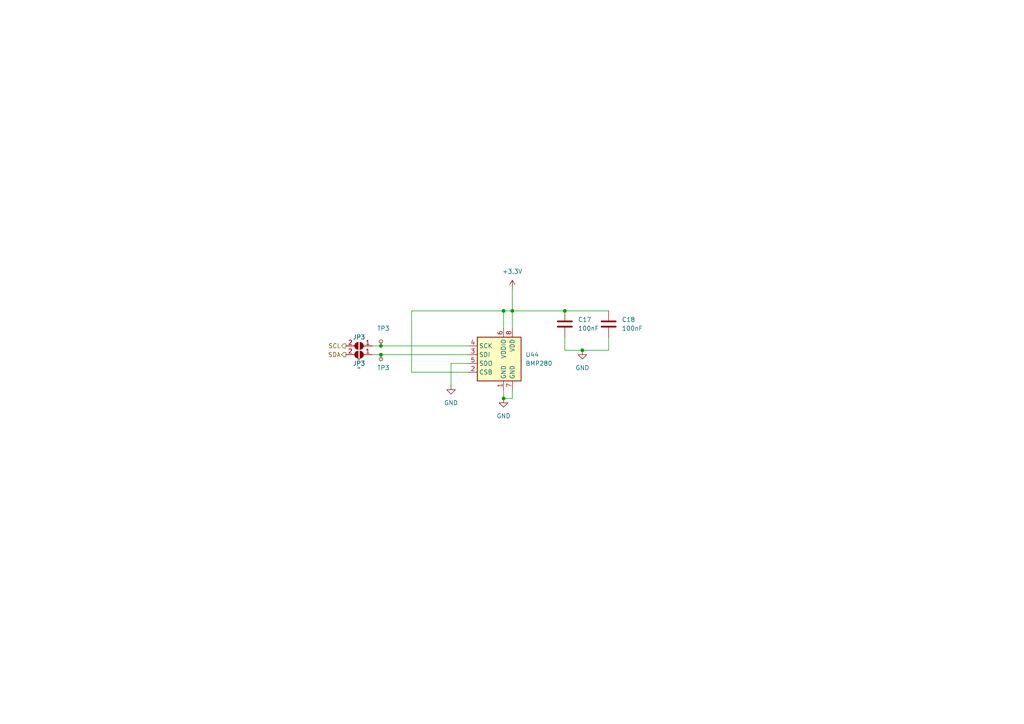
<source format=kicad_sch>
(kicad_sch (version 20230121) (generator eeschema)
  (paper "A4")
  (title_block (title "Avionics Flight Computer") (date "2023-09-04") (rev "1.0") (company "By: Dylan Haussecker"))
  (lib_symbols
    (symbol "Connector:TestPoint_Small" (pin_numbers hide) (pin_names (offset 0.762) hide)
      (property "Reference" "TP" (at 0 3.81 0))
      (property "Value" "TestPoint_Small" (at 0 2.032 0))
      (symbol "TestPoint_Small_0_1"
        (circle (center 0 0) (radius 0.508))
      )
      (symbol "TestPoint_Small_1_1"
        (pin passive line (at 0 0 90) (length 0) (name "1") (number "1"))
      )
    )
    (symbol "Device:C" (pin_numbers hide) (pin_names (offset 0.254))
      (property "Reference" "C" (at 0.635 2.54 0))
      (property "Value" "C" (at 0.635 -2.54 0))
      (symbol "C_0_1"
        (polyline (pts (xy -2.032 -0.762) (xy 2.032 -0.762)) (stroke (width 0.508)))
        (polyline (pts (xy -2.032 0.762) (xy 2.032 0.762)) (stroke (width 0.508)))
      )
      (symbol "C_1_1"
        (pin passive line (at 0 3.81 270) (length 2.794) (name "~") (number "1"))
        (pin passive line (at 0 -3.81 90) (length 2.794) (name "~") (number "2"))
      )
    )
    (symbol "Jumper:SolderJumper_2_Open" (pin_names (offset 0) hide)
      (property "Reference" "JP" (at 0 2.032 0))
      (property "Value" "SolderJumper_2_Open" (at 0 -2.54 0))
      (symbol "SolderJumper_2_Open_0_1"
        (arc (start -0.254 1.016) (mid -1.2656 0) (end -0.254 -1.016))
        (arc (start -0.254 1.016) (mid -1.2656 0) (end -0.254 -1.016) (fill (type outline)))
        (polyline (pts (xy -0.254 1.016) (xy -0.254 -1.016)))
        (polyline (pts (xy 0.254 1.016) (xy 0.254 -1.016)))
        (arc (start 0.254 -1.016) (mid 1.2656 0) (end 0.254 1.016))
        (arc (start 0.254 -1.016) (mid 1.2656 0) (end 0.254 1.016) (fill (type outline)))
      )
      (symbol "SolderJumper_2_Open_1_1"
        (pin passive line (at -3.81 0 0) (length 2.54) (name "A") (number "1"))
        (pin passive line (at 3.81 0 180) (length 2.54) (name "B") (number "2"))
      )
    )
    (symbol "Sensor_Pressure:BMP280"
      (property "Reference" "U" (at -7.62 10.16 0))
      (property "Value" "BMP280" (at 5.08 10.16 0))
      (symbol "BMP280_0_1"
        (rectangle (start -7.62 -5.08) (end 5.08 7.62) (stroke (width 0.254)) (fill (type background)))
      )
      (symbol "BMP280_1_1"
        (pin power_in line (at 0 -7.62 90) (length 2.54) (name "GND") (number "1"))
        (pin input line (at -10.16 -2.54 0) (length 2.54) (name "CSB") (number "2"))
        (pin bidirectional line (at -10.16 2.54 0) (length 2.54) (name "SDI") (number "3"))
        (pin input line (at -10.16 5.08 0) (length 2.54) (name "SCK") (number "4"))
        (pin bidirectional line (at -10.16 0 0) (length 2.54) (name "SDO") (number "5"))
        (pin power_in line (at 0 10.16 270) (length 2.54) (name "VDDIO") (number "6"))
        (pin power_in line (at 2.54 -7.62 90) (length 2.54) (name "GND") (number "7"))
        (pin power_in line (at 2.54 10.16 270) (length 2.54) (name "VDD") (number "8"))
      )
    )
    (symbol "power:+3.3V" (power) (pin_names (offset 0))
      (property "Value" "+3.3V" (at 0 3.556 0))
      (symbol "+3.3V_0_1"
        (polyline (pts (xy -0.762 1.27) (xy 0 2.54)))
        (polyline (pts (xy 0 0) (xy 0 2.54)))
        (polyline (pts (xy 0 2.54) (xy 0.762 1.27)))
      )
      (symbol "+3.3V_1_1"
        (pin power_in line (at 0 0 90) (length 0) hide (name "+3.3V") (number "1"))
      )
    )
    (symbol "power:GND" (power) (pin_names (offset 0))
      (property "Value" "GND" (at 0 -3.81 0))
      (symbol "GND_0_1"
        (polyline (pts (xy 0 0) (xy 0 -1.27) (xy 1.27 -1.27) (xy 0 -2.54) (xy -1.27 -1.27) (xy 0 -1.27)))
      )
      (symbol "GND_1_1"
        (pin power_in line (at 0 0 270) (length 0) hide (name "GND") (number "1"))
      )
    )
  )
  (junction (at 163.83 90.17))
  (junction (at 148.59 90.17))
  (junction (at 110.49 100.33))
  (junction (at 146.05 90.17))
  (junction (at 110.49 102.87))
  (junction (at 168.91 101.6))
  (junction (at 146.05 115.57))
  (wire (pts (xy 148.59 90.17) (xy 163.83 90.17)))
  (wire (pts (xy 110.49 102.87) (xy 107.95 102.87)))
  (wire (pts (xy 148.59 83.82) (xy 148.59 90.17)))
  (wire (pts (xy 176.53 101.6) (xy 176.53 97.79)))
  (wire (pts (xy 110.49 100.33) (xy 135.89 100.33)))
  (wire (pts (xy 119.38 107.95) (xy 119.38 90.17)))
  (wire (pts (xy 119.38 90.17) (xy 146.05 90.17)))
  (wire (pts (xy 130.81 105.41) (xy 130.81 111.76)))
  (wire (pts (xy 110.49 102.87) (xy 135.89 102.87)))
  (wire (pts (xy 110.49 99.06) (xy 110.49 100.33)))
  (wire (pts (xy 146.05 95.25) (xy 146.05 90.17)))
  (wire (pts (xy 130.81 105.41) (xy 135.89 105.41)))
  (wire (pts (xy 168.91 101.6) (xy 176.53 101.6)))
  (wire (pts (xy 148.59 90.17) (xy 148.59 95.25)))
  (wire (pts (xy 135.89 107.95) (xy 119.38 107.95)))
  (wire (pts (xy 163.83 90.17) (xy 176.53 90.17)))
  (wire (pts (xy 163.83 97.79) (xy 163.83 101.6)))
  (wire (pts (xy 146.05 113.03) (xy 146.05 115.57)))
  (wire (pts (xy 110.49 104.14) (xy 110.49 102.87)))
  (wire (pts (xy 148.59 113.03) (xy 148.59 115.57)))
  (wire (pts (xy 148.59 115.57) (xy 146.05 115.57)))
  (wire (pts (xy 146.05 90.17) (xy 148.59 90.17)))
  (wire (pts (xy 163.83 101.6) (xy 168.91 101.6)))
  (wire (pts (xy 107.95 100.33) (xy 110.49 100.33)))
  (hierarchical_label "SDA" (shape output) (at 100.33 102.87 180))
  (hierarchical_label "SCL" (shape output) (at 100.33 100.33 180))
  (symbol (lib_id "Connector:TestPoint_Small") (at 110.49 99.06 180) (unit 1)
    (property "Reference" "TP3" (at 113.03 95.25 0) (effects (justify left)))
    (property "Value" "TestPoint_Small" (effects hide))
    (property "Footprint" "TestPoint:TestPoint_Pad_D1.0mm" (effects hide))
    (instances (project "Flight_Computer_V2" (path "" (reference "TP3") (unit 1)) (path "" (reference "TP4") (unit 1)) (path "" (reference "TP12") (unit 1)) (path "" (reference "TP13") (unit 1)) (path "" (reference "TP14") (unit 1)) (path "" (reference "TP15") (unit 1)) (path "" (reference "TP25") (unit 1))))
  )
  (symbol (lib_id "Jumper:SolderJumper_2_Open") (at 104.14 100.33 180) (unit 1)
    (property "Reference" "JP3" (at 104.14 97.79 0))
    (property "Value" "~" (at 104.14 104.14 0))
    (property "Footprint" "Jumper:SolderJumper-2_P1.3mm_Open_Pad1.0x1.5mm" (effects hide))
    (instances (project "Flight_Computer_V2" (path "" (reference "JP3") (unit 1)) (path "" (reference "JP4") (unit 1)) (path "" (reference "JP14") (unit 1)) (path "" (reference "JP15") (unit 1)) (path "" (reference "JP16") (unit 1)) (path "" (reference "JP17") (unit 1)) (path "" (reference "JP27") (unit 1))))
  )
  (symbol (lib_id "power:GND") (at 168.91 101.6 0) (unit 1)
    (property "Reference" "#PWR0111" (effects hide))
    (property "Value" "GND" (at 168.91 106.68 0))
    (instances (project "Flight_Computer_V2" (path "" (reference "#PWR0111") (unit 1))) (project "avionics_flight_computer" (path "" (reference "#PWR025") (unit 1))))
  )
  (symbol (lib_id "Device:C") (at 176.53 93.98 0) (unit 1)
    (property "Reference" "C18" (at 180.34 92.71 0) (effects (justify left)))
    (property "Value" "100nF" (at 180.34 95.25 0) (effects (justify left)))
    (property "Footprint" "Capacitor_SMD:C_0402_1005Metric" (effects hide))
  )
  (symbol (lib_id "power:GND") (at 130.81 111.76 0) (unit 1)
    (property "Reference" "#PWR0112" (effects hide))
    (property "Value" "GND" (at 130.81 116.84 0))
    (instances (project "Flight_Computer_V2" (path "" (reference "#PWR0112") (unit 1))) (project "avionics_flight_computer" (path "" (reference "#PWR024") (unit 1))))
  )
  (symbol (lib_id "power:GND") (at 146.05 115.57 0) (unit 1)
    (property "Reference" "#PWR0110" (effects hide))
    (property "Value" "GND" (at 146.05 120.65 0))
    (instances (project "Flight_Computer_V2" (path "" (reference "#PWR0110") (unit 1))) (project "avionics_flight_computer" (path "" (reference "#PWR023") (unit 1))))
  )
  (symbol (lib_id "Device:C") (at 163.83 93.98 0) (unit 1)
    (property "Reference" "C17" (at 167.64 92.71 0) (effects (justify left)))
    (property "Value" "100nF" (at 167.64 95.25 0) (effects (justify left)))
    (property "Footprint" "Capacitor_SMD:C_0402_1005Metric" (effects hide))
  )
  (symbol (lib_id "Sensor_Pressure:BMP280") (at 146.05 105.41 0) (unit 1)
    (property "Reference" "U44" (at 152.4 102.87 0) (effects (justify left)))
    (property "Value" "BMP280" (at 152.4 105.41 0) (effects (justify left)))
    (property "Footprint" "Package_LGA:Bosch_LGA-8_2x2.5mm_P0.65mm_ClockwisePinNumbering" (effects hide))
    (property "Datasheet" "https://ae-bst.resource.bosch.com/media/_tech/media/datasheets/BST-BMP280-DS001.pdf" (effects hide))
    (instances (project "Flight_Computer_V2" (path "" (reference "U44") (unit 1))) (project "avionics_flight_computer" (path "" (reference "U4") (unit 1))))
  )
  (symbol (lib_id "Jumper:SolderJumper_2_Open") (at 104.14 102.87 180) (unit 1)
    (property "Reference" "JP3" (at 104.14 105.41 0))
    (property "Value" "~" (at 104.14 106.68 0))
    (property "Footprint" "Jumper:SolderJumper-2_P1.3mm_Open_Pad1.0x1.5mm" (effects hide))
    (instances (project "Flight_Computer_V2" (path "" (reference "JP3") (unit 1)) (path "" (reference "JP4") (unit 1)) (path "" (reference "JP14") (unit 1)) (path "" (reference "JP15") (unit 1)) (path "" (reference "JP16") (unit 1)) (path "" (reference "JP17") (unit 1)) (path "" (reference "JP26") (unit 1))))
  )
  (symbol (lib_id "power:+3.3V") (at 148.59 83.82 0) (unit 1)
    (property "Reference" "#PWR0109" (effects hide))
    (property "Value" "+3.3V" (at 148.59 78.74 0))
    (instances (project "Flight_Computer_V2" (path "" (reference "#PWR0109") (unit 1))) (project "avionics_flight_computer" (path "" (reference "#PWR021") (unit 1)) (path "" (reference "#PWR022") (unit 1))))
  )
  (symbol (lib_id "Connector:TestPoint_Small") (at 110.49 104.14 180) (unit 1)
    (property "Reference" "TP3" (at 113.03 106.68 0) (effects (justify left)))
    (property "Value" "TestPoint_Small" (effects hide))
    (property "Footprint" "TestPoint:TestPoint_Pad_D1.0mm" (effects hide))
    (instances (project "Flight_Computer_V2" (path "" (reference "TP3") (unit 1)) (path "" (reference "TP4") (unit 1)) (path "" (reference "TP12") (unit 1)) (path "" (reference "TP13") (unit 1)) (path "" (reference "TP14") (unit 1)) (path "" (reference "TP15") (unit 1)) (path "" (reference "TP24") (unit 1))))
  )
)
</source>
